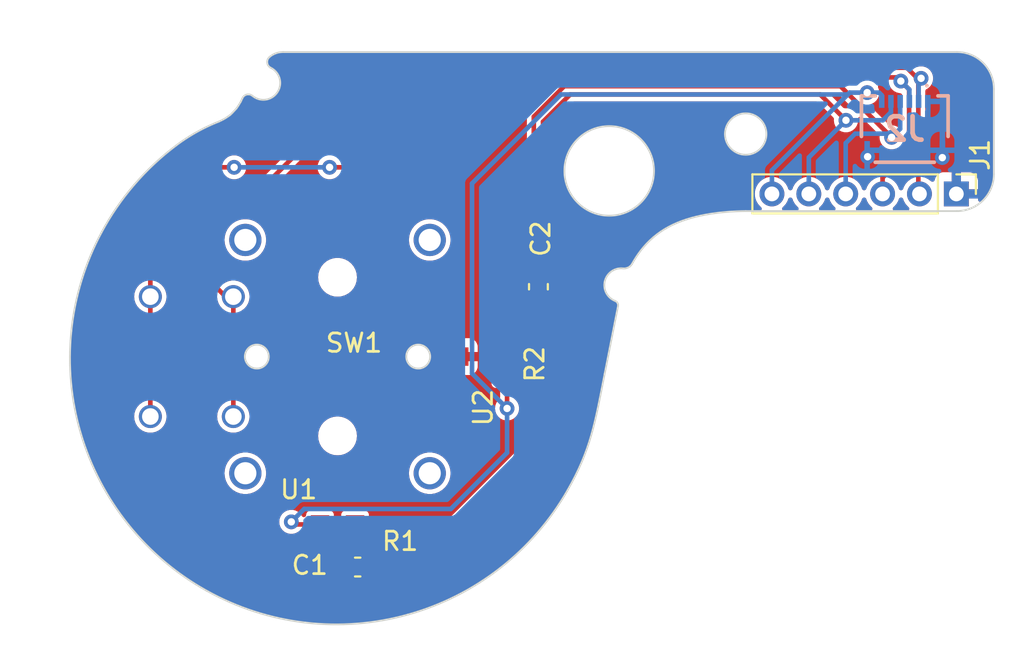
<source format=kicad_pcb>
(kicad_pcb (version 20221018) (generator pcbnew)
  (layers (0 "F.Cu" signal) (31 "B.Cu" signal) (34 "B.Paste" user) (35 "F.Paste" user) (36 "B.SilkS" user "B.Silkscreen") (37 "F.SilkS" user "F.Silkscreen") (38 "B.Mask" user) (39 "F.Mask" user) (44 "Edge.Cuts" user))
  (net 0 "")
  (net 1 "GND")
  (net 2 "RS_B_IN")
  (net 3 "RS_B_OUT")
  (net 4 "RY")
  (net 5 "RX")
  (net 6 "+3V3")
  (net 7 "Net-(U1-VOUT)")
  (net 8 "Net-(U2-VOUT)")
  (footprint "hhl:GH39F" (layer "F.Cu") (at 247.2072 149.688518)
    (fp_text reference "U2" (at 7.8928 2.761482 90 unlocked) (layer "F.SilkS"))
    (fp_text value "GH39F (Hall SOT23)" hide)
    (pad "1" smd rect (at 9.1 0.95) (size 1 1) (layers "F.Cu" "F.Paste" "F.Mask") (net 6 "+3V3"))
    (pad "2" smd rect (at 9.1 -0.95) (size 1 1) (layers "F.Cu" "F.Paste" "F.Mask") (net 8 "Net-(U2-VOUT)"))
    (pad "3" smd rect (at 6.6 0) (size 1 1) (layers "F.Cu" "F.Paste" "F.Mask") (net 1 "GND"))
  )
  (footprint "hhl:GH39F" (layer "F.Cu") (at 247.2072 149.688518 -90)
    (fp_text reference "U1" (at 7.211482 2.1072 unlocked) (layer "F.SilkS"))
    (fp_text value "GH39F (Hall SOT23)" hide)
    (pad "1" smd rect (at 9.1 0.95 270) (size 1 1) (layers "F.Cu" "F.Paste" "F.Mask") (net 6 "+3V3"))
    (pad "2" smd rect (at 9.1 -0.95 270) (size 1 1) (layers "F.Cu" "F.Paste" "F.Mask") (net 7 "Net-(U1-VOUT)"))
    (pad "3" smd rect (at 6.6 0 270) (size 1 1) (layers "F.Cu" "F.Paste" "F.Mask") (net 1 "GND"))
  )
  (footprint "Capacitor_SMD:C_0603_1608Metric_Pad1.08x0.95mm_HandSolder" (layer "F.Cu") (at 248.3 161.1)
    (fp_text reference "C1" (at -2.6 -0.1) (layer "F.SilkS"))
    (fp_text value ".047u" hide)
    (fp_line (start -0.146267 -0.51) (end 0.146267 -0.51) (stroke (width 0.12)) (layer "F.SilkS"))
    (fp_line (start -0.146267 0.51) (end 0.146267 0.51) (stroke (width 0.12)) (layer "F.SilkS"))
    (pad "1" smd roundrect (at -0.8625 0) (size 1.075 0.95) (layers "F.Cu" "F.Paste" "F.Mask") (net 1 "GND"))
    (pad "2" smd roundrect (at 0.8625 0) (size 1.075 0.95) (layers "F.Cu" "F.Paste" "F.Mask") (net 5 "RX"))
  )
  (footprint "Resistor_SMD:R_0201_0603Metric" (layer "F.Cu") (at 248.9 160)
    (fp_text reference "R1" (at 1.7 -0.3) (layer "F.SilkS"))
    (fp_text value "1k" hide)
    (pad "1" smd roundrect (at -0.32 0) (size 0.46 0.4) (layers "F.Cu" "F.Mask") (net 7 "Net-(U1-VOUT)"))
    (pad "2" smd roundrect (at 0.32 0) (size 0.46 0.4) (layers "F.Cu" "F.Mask") (net 5 "RX"))
  )
  (footprint "hhl:GL18" (layer "F.Cu") (at 247.2072 149.688518)
    (fp_text reference "SW1" (at 0.8928 -0.738518 unlocked) (layer "F.SilkS"))
    (fp_text value "GL18_SW")
    (pad "" thru_hole circle (at -5 -6.325) (size 1.75 1.75) (drill 1.2) (layers "*.Cu" "*.Mask"))
    (pad "" thru_hole circle (at -5 6.325) (size 1.75 1.75) (drill 1.2) (layers "*.Cu" "*.Mask"))
    (pad "" np_thru_hole circle (at 0 -4.3) (size 1.6 1.6) (drill 1.6) (layers "F&B.Cu" "*.Mask"))
    (pad "" np_thru_hole circle (at 0 4.3) (size 1.6 1.6) (drill 1.6) (layers "F&B.Cu" "*.Mask"))
    (pad "" thru_hole circle (at 5 -6.325) (size 1.75 1.75) (drill 1.2) (layers "*.Cu" "*.Mask"))
    (pad "" thru_hole circle (at 5 6.325) (size 1.75 1.75) (drill 1.2) (layers "*.Cu" "*.Mask"))
    (pad "S1" thru_hole circle (at -5.65 -3.25) (size 1.25 1.25) (drill 0.9) (layers "*.Cu" "*.Mask") (net 3 "RS_B_OUT"))
    (pad "S2" thru_hole circle (at -5.65 3.25) (size 1.25 1.25) (drill 0.9) (layers "*.Cu" "*.Mask") (net 3 "RS_B_OUT"))
    (pad "S3" thru_hole circle (at -10.15 -3.25) (size 1.25 1.25) (drill 0.9) (layers "*.Cu" "*.Mask") (net 2 "RS_B_IN"))
    (pad "S4" thru_hole circle (at -10.15 3.25) (size 1.25 1.25) (drill 0.9) (layers "*.Cu" "*.Mask") (net 2 "RS_B_IN"))
  )
  (footprint "Connector_PinHeader_2.00mm:PinHeader_1x06_P2.00mm_Vertical" (layer "F.Cu") (at 280.761001 140.867407 -90)
    (fp_text reference "J1" (at -2.117407 -1.288999 90) (layer "F.SilkS"))
    (fp_text value "Conn_01x06_Pin" hide)
    (fp_line (start -1.06 -1.06) (end 0 -1.06) (stroke (width 0.12)) (layer "F.SilkS"))
    (fp_line (start -1.06 0) (end -1.06 -1.06) (stroke (width 0.12)) (layer "F.SilkS"))
    (fp_line (start -1.06 1) (end -1.06 11.06) (stroke (width 0.12)) (layer "F.SilkS"))
    (fp_line (start -1.06 1) (end 1.06 1) (stroke (width 0.12)) (layer "F.SilkS"))
    (fp_line (start -1.06 11.06) (end 1.06 11.06) (stroke (width 0.12)) (layer "F.SilkS"))
    (fp_line (start 1.06 1) (end 1.06 11.06) (stroke (width 0.12)) (layer "F.SilkS"))
    (pad "1" thru_hole rect (at 0 0 270) (size 1.35 1.35) (drill 0.8) (layers "*.Cu" "*.Mask") (net 1 "GND"))
    (pad "2" thru_hole oval (at 0 2 270) (size 1.35 1.35) (drill 0.8) (layers "*.Cu" "*.Mask") (net 3 "RS_B_OUT"))
    (pad "3" thru_hole oval (at 0 4 270) (size 1.35 1.35) (drill 0.8) (layers "*.Cu" "*.Mask") (net 2 "RS_B_IN"))
    (pad "4" thru_hole oval (at 0 6 270) (size 1.35 1.35) (drill 0.8) (layers "*.Cu" "*.Mask") (net 4 "RY"))
    (pad "5" thru_hole oval (at 0 8 270) (size 1.35 1.35) (drill 0.8) (layers "*.Cu" "*.Mask") (net 5 "RX"))
    (pad "6" thru_hole oval (at 0 10 270) (size 1.35 1.35) (drill 0.8) (layers "*.Cu" "*.Mask") (net 6 "+3V3"))
  )
  (footprint "Capacitor_SMD:C_0603_1608Metric_Pad1.08x0.95mm_HandSolder" (layer "F.Cu") (at 258.1 145.9 -90)
    (fp_text reference "C2" (at -2.6 -0.125 90) (layer "F.SilkS"))
    (fp_text value ".047u" hide)
    (fp_line (start -0.146267 -0.51) (end 0.146267 -0.51) (stroke (width 0.12)) (layer "F.SilkS"))
    (fp_line (start -0.146267 0.51) (end 0.146267 0.51) (stroke (width 0.12)) (layer "F.SilkS"))
    (pad "1" smd roundrect (at -0.8625 0 270) (size 1.075 0.95) (layers "F.Cu" "F.Paste" "F.Mask") (net 1 "GND"))
    (pad "2" smd roundrect (at 0.8625 0 270) (size 1.075 0.95) (layers "F.Cu" "F.Paste" "F.Mask") (net 4 "RY"))
  )
  (footprint "Resistor_SMD:R_0201_0603Metric" (layer "F.Cu") (at 257.65 148.4 90)
    (fp_text reference "R2" (at -1.7 0.25 270) (layer "F.SilkS"))
    (fp_text value "1k" hide)
    (pad "1" smd roundrect (at -0.32 0 90) (size 0.46 0.4) (layers "F.Cu" "F.Mask") (net 8 "Net-(U2-VOUT)"))
    (pad "2" smd roundrect (at 0.32 0 90) (size 0.46 0.4) (layers "F.Cu" "F.Mask") (net 4 "RY"))
  )
  (footprint "hhl:5034800640" (layer "B.Cu") (at 277.963716 137.350698 180)
    (fp_text reference "J2" (at 0 0) (layer "B.SilkS") (effects (font (size 1.27 1.27) (thickness 0.254)) (justify mirror)))
    (fp_text value "503480-0640" hide)
    (fp_line (start -2.35 1.8) (end -2.35 -0.4) (stroke (width 0.2)) (layer "B.SilkS"))
    (fp_line (start -1.8 1.8) (end -2.35 1.8) (stroke (width 0.2)) (layer "B.SilkS"))
    (fp_line (start -1.6 -1.8) (end 1.6 -1.8) (stroke (width 0.2)) (layer "B.SilkS"))
    (fp_line (start -1.2 2.3) (end -1.2 2.3) (stroke (width 0.1)) (layer "B.SilkS"))
    (fp_line (start -1.2 2.4) (end -1.2 2.4) (stroke (width 0.1)) (layer "B.SilkS"))
    (fp_line (start 1.6 1.8) (end 2.35 1.8) (stroke (width 0.2)) (layer "B.SilkS"))
    (fp_line (start 2.35 1.8) (end 2.35 -0.4) (stroke (width 0.2)) (layer "B.SilkS"))
    (fp_arc (start -1.2 2.3) (mid -1.15 2.35) (end -1.2 2.4) (stroke (width 0.1)) (layer "B.SilkS"))
    (fp_arc (start -1.2 2.4) (mid -1.25 2.35) (end -1.2 2.3) (stroke (width 0.1)) (layer "B.SilkS"))
    (pad "1" smd rect (at -1.25 1.5 180) (size 0.3 0.7) (layers "B.Cu" "B.Paste" "B.Mask") (net 1 "GND"))
    (pad "2" smd rect (at -0.75 1.5 180) (size 0.3 0.7) (layers "B.Cu" "B.Paste" "B.Mask") (net 3 "RS_B_OUT"))
    (pad "3" smd rect (at -0.25 1.5 180) (size 0.3 0.7) (layers "B.Cu" "B.Paste" "B.Mask") (net 2 "RS_B_IN"))
    (pad "4" smd rect (at 0.25 1.5 180) (size 0.3 0.7) (layers "B.Cu" "B.Paste" "B.Mask") (net 4 "RY"))
    (pad "5" smd rect (at 0.75 1.5 180) (size 0.3 0.7) (layers "B.Cu" "B.Paste" "B.Mask") (net 5 "RX"))
    (pad "6" smd rect (at 1.25 1.5 180) (size 0.3 0.7) (layers "B.Cu" "B.Paste" "B.Mask") (net 6 "+3V3"))
    (pad "MP1" smd rect (at -2.04 -1.15 180) (size 0.3 1) (layers "B.Cu" "B.Paste" "B.Mask") (net 1 "GND"))
    (pad "MP2" smd rect (at 2.04 -1.15 180) (size 0.3 1) (layers "B.Cu" "B.Paste" "B.Mask") (net 1 "GND"))
  )
  (gr_curve (pts (xy 236.182716 140.373821) (xy 235.498868 141.170014) (xy 234.903887 142.038443) (xy 234.408371 142.963672)) (stroke (width 0.1)) (layer "Edge.Cuts"))
  (gr_curve (pts (xy 262.416512 146.875826) (xy 262.419466 146.901486) (xy 262.418425 146.927449) (xy 262.413427 146.952791)) (stroke (width 0.1)) (layer "Edge.Cuts"))
  (gr_curve (pts (xy 264.33381 143.213824) (xy 264.840979 142.782004) (xy 265.432345 142.469536) (xy 266.125889 142.247344)) (stroke (width 0.1)) (layer "Edge.Cuts"))
  (gr_arc (start 243.517695 133.447452) (mid 243.86174 133.246104) (end 244.25418 133.176111) (stroke (width 0.1)) (layer "Edge.Cuts"))
  (gr_curve (pts (xy 261.687781 150.631904) (xy 261.929663 149.405533) (xy 262.171545 148.179162) (xy 262.413427 146.952791)) (stroke (width 0.1)) (layer "Edge.Cuts"))
  (gr_curve (pts (xy 262.396021 146.801576) (xy 262.406646 146.825118) (xy 262.413559 146.850166) (xy 262.416512 146.875826)) (stroke (width 0.1)) (layer "Edge.Cuts"))
  (gr_curve (pts (xy 233.286784 153.849988) (xy 233.8177 155.652394) (xy 234.69568 157.33392) (xy 235.871146 158.800026)) (stroke (width 0.1)) (layer "Edge.Cuts"))
  (gr_arc (start 262.258094 146.671154) (mid 261.69711 145.598301) (end 262.689001 144.904134) (stroke (width 0.1)) (layer "Edge.Cuts"))
  (gr_curve (pts (xy 245.457574 164.109906) (xy 247.323163 164.328607) (xy 249.213601 164.181329) (xy 251.022835 163.676242)) (stroke (width 0.1)) (layer "Edge.Cuts"))
  (gr_curve (pts (xy 240.14013 162.398991) (xy 241.784364 163.309899) (xy 243.590696 163.891054) (xy 245.457574 164.109906)) (stroke (width 0.1)) (layer "Edge.Cuts"))
  (gr_arc (start 243.589841 134.027633) (mid 243.951806 135.351149) (end 242.594525 135.552392) (stroke (width 0.1)) (layer "Edge.Cuts"))
  (gr_curve (pts (xy 266.125889 142.247344) (xy 267.437638 141.827097) (xy 268.899751 141.798227) (xy 269.339269 141.798227)) (stroke (width 0.1)) (layer "Edge.Cuts"))
  (gr_curve (pts (xy 242.123835 135.571284) (xy 242.156289 135.539286) (xy 242.194682 135.513934) (xy 242.236854 135.496653)) (stroke (width 0.1)) (layer "Edge.Cuts"))
  (gr_curve (pts (xy 242.04761 135.683234) (xy 242.065487 135.641311) (xy 242.091381 135.603281) (xy 242.123835 135.571284)) (stroke (width 0.1)) (layer "Edge.Cuts"))
  (gr_curve (pts (xy 232.774982 148.296871) (xy 232.582661 150.163609) (xy 232.756548 152.049892) (xy 233.286784 153.849988)) (stroke (width 0.1)) (layer "Edge.Cuts"))
  (gr_circle (center 251.5822 149.688518) (end 250.9322 149.688518) (stroke (width 0.1)) (fill none) (layer "Edge.Cuts"))
  (gr_curve (pts (xy 234.408371 142.963672) (xy 233.522291 144.618165) (xy 232.967327 146.429893) (xy 232.774982 148.296871)) (stroke (width 0.1)) (layer "Edge.Cuts"))
  (gr_arc (start 238.47358 138.230022) (mid 239.5728 137.5156) (end 240.757606 136.954424) (stroke (width 0.1)) (layer "Edge.Cuts"))
  (gr_curve (pts (xy 262.339918 146.722765) (xy 262.363571 146.745131) (xy 262.38263 146.771904) (xy 262.396021 146.801576)) (stroke (width 0.1)) (layer "Edge.Cuts"))
  (gr_circle (center 242.8322 149.688518) (end 242.1822 149.688518) (stroke (width 0.1)) (fill none) (layer "Edge.Cuts"))
  (gr_curve (pts (xy 238.47358 138.230022) (xy 237.634302 138.859248) (xy 236.866138 139.578124) (xy 236.182716 140.373821)) (stroke (width 0.1)) (layer "Edge.Cuts"))
  (gr_line (start 269.339269 141.798227) (end 280.79541 141.798227) (stroke (width 0.1)) (layer "Edge.Cuts"))
  (gr_circle (center 261.937726 139.619733) (end 259.507726 139.619733) (stroke (width 0.1)) (fill none) (layer "Edge.Cuts"))
  (gr_curve (pts (xy 259.6752 156.938683) (xy 260.947044 154.71543) (xy 261.163485 153.290147) (xy 261.687781 150.631904)) (stroke (width 0.1)) (layer "Edge.Cuts"))
  (gr_arc (start 243.589841 134.027633) (mid 243.397445 133.756981) (end 243.517695 133.447452) (stroke (width 0.1)) (layer "Edge.Cuts"))
  (gr_line (start 280.79541 133.176111) (end 244.25418 133.176111) (stroke (width 0.1)) (layer "Edge.Cuts"))
  (gr_curve (pts (xy 251.022835 163.676242) (xy 252.834993 163.170339) (xy 254.531141 162.315171) (xy 256.015561 161.158883)) (stroke (width 0.1)) (layer "Edge.Cuts"))
  (gr_curve (pts (xy 263.180662 144.650874) (xy 263.442841 144.181174) (xy 263.796421 143.671376) (xy 264.33381 143.213824)) (stroke (width 0.1)) (layer "Edge.Cuts"))
  (gr_curve (pts (xy 235.871146 158.800026) (xy 237.046357 160.265812) (xy 238.496527 161.488432) (xy 240.14013 162.398991)) (stroke (width 0.1)) (layer "Edge.Cuts"))
  (gr_curve (pts (xy 242.04761 135.683234) (xy 242.020787 135.74614) (xy 241.992431 135.806999) (xy 241.962596 135.865913)) (stroke (width 0.1)) (layer "Edge.Cuts"))
  (gr_curve (pts (xy 263.055454 144.79838) (xy 263.004514 144.838926) (xy 262.946141 144.869136) (xy 262.88362 144.887307)) (stroke (width 0.1)) (layer "Edge.Cuts"))
  (gr_curve (pts (xy 256.015561 161.158883) (xy 257.498301 160.003905) (xy 258.741827 158.570271) (xy 259.6752 156.938683)) (stroke (width 0.1)) (layer "Edge.Cuts"))
  (gr_curve (pts (xy 242.236854 135.496653) (xy 242.279026 135.479373) (xy 242.324171 135.470494) (xy 242.369746 135.470518)) (stroke (width 0.1)) (layer "Edge.Cuts"))
  (gr_arc (start 280.79541 133.176111) (mid 282.209624 133.761897) (end 282.79541 135.176111) (stroke (width 0.1)) (layer "Edge.Cuts"))
  (gr_arc (start 282.79541 139.798227) (mid 282.209624 141.212441) (end 280.79541 141.798227) (stroke (width 0.1)) (layer "Edge.Cuts"))
  (gr_circle (center 269.339269 137.621378) (end 268.214269 137.621378) (stroke (width 0.1)) (fill none) (layer "Edge.Cuts"))
  (gr_line (start 282.79541 139.798227) (end 282.79541 135.176111) (stroke (width 0.1)) (layer "Edge.Cuts"))
  (gr_curve (pts (xy 263.180662 144.650874) (xy 263.148929 144.707724) (xy 263.106395 144.757833) (xy 263.055454 144.79838)) (stroke (width 0.1)) (layer "Edge.Cuts"))
  (gr_curve (pts (xy 241.379633 136.594202) (xy 241.133714 136.769246) (xy 241.046288 136.822058) (xy 240.757606 136.954424)) (stroke (width 0.1)) (layer "Edge.Cuts"))
  (gr_curve (pts (xy 242.369746 135.470518) (xy 242.41054 135.47054) (xy 242.451017 135.477693) (xy 242.489348 135.491654)) (stroke (width 0.1)) (layer "Edge.Cuts"))
  (gr_curve (pts (xy 241.962596 135.865913) (xy 241.845174 136.068866) (xy 241.78793 136.154711) (xy 241.72709 136.236165)) (stroke (width 0.1)) (layer "Edge.Cuts"))
  (gr_curve (pts (xy 262.258094 146.671154) (xy 262.288468 146.682866) (xy 262.316264 146.700398) (xy 262.339918 146.722765)) (stroke (width 0.1)) (layer "Edge.Cuts"))
  (gr_curve (pts (xy 242.489348 135.491654) (xy 242.527678 135.505616) (xy 242.563274 135.526171) (xy 242.594525 135.552392)) (stroke (width 0.1)) (layer "Edge.Cuts"))
  (gr_curve (pts (xy 241.72709 136.236165) (xy 241.526644 136.459897) (xy 241.45499 136.529043) (xy 241.379633 136.594202)) (stroke (width 0.1)) (layer "Edge.Cuts"))
  (gr_curve (pts (xy 262.88362 144.887307) (xy 262.820486 144.905657) (xy 262.754348 144.911375) (xy 262.689001 144.904134)) (stroke (width 0.1)) (layer "Edge.Cuts"))
  (via (at 280 138.9) (size 0.8) (drill 0.4) (layers "F.Cu" "B.Cu") (net 1))
  (via (at 275.95 138.85) (size 0.8) (drill 0.4) (layers "F.Cu" "B.Cu") (net 1))
  (segment (start 275.923716 138.500698) (end 275.923716 138.823716) (width 0.25) (layer "B.Cu") (net 1))
  (segment (start 280.003716 138.896284) (end 280 138.9) (width 0.25) (layer "B.Cu") (net 1))
  (segment (start 280.003716 138.500698) (end 280.003716 138.896284) (width 0.25) (layer "B.Cu") (net 1))
  (segment (start 237.0572 142.4678) (end 237.0572 146.438518) (width 0.25) (layer "F.Cu") (net 2))
  (segment (start 277.75 134.75) (end 278.2 135.2) (width 0.25) (layer "F.Cu") (net 2))
  (segment (start 257.275 134.55) (end 252.4 139.425) (width 0.25) (layer "F.Cu") (net 2))
  (segment (start 241.6 139.425) (end 240.1 139.425) (width 0.25) (layer "F.Cu") (net 2))
  (segment (start 278.2 138.55) (end 276.761001 139.988999) (width 0.25) (layer "F.Cu") (net 2))
  (segment (start 277.55 134.55) (end 257.275 134.55) (width 0.25) (layer "F.Cu") (net 2))
  (segment (start 278.2 135.2) (end 278.2 138.55) (width 0.25) (layer "F.Cu") (net 2))
  (segment (start 276.761001 139.988999) (end 276.761001 140.867407) (width 0.25) (layer "F.Cu") (net 2))
  (segment (start 277.75 134.75) (end 277.55 134.55) (width 0.25) (layer "F.Cu") (net 2))
  (segment (start 237.0572 146.438518) (end 237.0572 152.938518) (width 0.25) (layer "F.Cu") (net 2))
  (segment (start 252.4 139.425) (end 246.775 139.425) (width 0.25) (layer "F.Cu") (net 2))
  (segment (start 240.1 139.425) (end 237.0572 142.4678) (width 0.25) (layer "F.Cu") (net 2))
  (via (at 241.6 139.425) (size 0.8) (drill 0.4) (layers "F.Cu" "B.Cu") (net 2))
  (via (at 277.75 134.75) (size 0.8) (drill 0.4) (layers "F.Cu" "B.Cu") (net 2))
  (via (at 246.775 139.425) (size 0.8) (drill 0.4) (layers "F.Cu" "B.Cu") (net 2))
  (segment (start 277.75 134.75) (end 278.213716 135.213716) (width 0.25) (layer "B.Cu") (net 2))
  (segment (start 246.775 139.425) (end 241.6 139.425) (width 0.25) (layer "B.Cu") (net 2))
  (segment (start 278.213716 135.213716) (end 278.213716 135.850698) (width 0.25) (layer "B.Cu") (net 2))
  (segment (start 242.95 140.725) (end 240.75 140.725) (width 0.25) (layer "F.Cu") (net 3))
  (segment (start 278.7 140.806406) (end 278.761001 140.867407) (width 0.25) (layer "F.Cu") (net 3))
  (segment (start 278.85 134.6) (end 278.65 134.6) (width 0.25) (layer "F.Cu") (net 3))
  (segment (start 241.5572 152.938518) (end 241.5572 146.438518) (width 0.25) (layer "F.Cu") (net 3))
  (segment (start 257.075 134.025) (end 252.575 138.525) (width 0.25) (layer "F.Cu") (net 3))
  (segment (start 278.85 134.6) (end 278.7 134.75) (width 0.25) (layer "F.Cu") (net 3))
  (segment (start 252.575 138.525) (end 245.15 138.525) (width 0.25) (layer "F.Cu") (net 3))
  (segment (start 239.3 144.6) (end 241.138518 146.438518) (width 0.25) (layer "F.Cu") (net 3))
  (segment (start 240.75 140.725) (end 239.3 142.175) (width 0.25) (layer "F.Cu") (net 3))
  (segment (start 278.65 134.6) (end 278.075 134.025) (width 0.25) (layer "F.Cu") (net 3))
  (segment (start 241.138518 146.438518) (end 241.5572 146.438518) (width 0.25) (layer "F.Cu") (net 3))
  (segment (start 278.075 134.025) (end 257.075 134.025) (width 0.25) (layer "F.Cu") (net 3))
  (segment (start 239.3 142.175) (end 239.3 144.6) (width 0.25) (layer "F.Cu") (net 3))
  (segment (start 278.7 134.75) (end 278.7 140.806406) (width 0.25) (layer "F.Cu") (net 3))
  (segment (start 245.15 138.525) (end 242.95 140.725) (width 0.25) (layer "F.Cu") (net 3))
  (via (at 278.85 134.6) (size 0.8) (drill 0.4) (layers "F.Cu" "B.Cu") (net 3))
  (segment (start 278.713716 134.736284) (end 278.713716 135.850698) (width 0.25) (layer "B.Cu") (net 3))
  (segment (start 278.85 134.6) (end 278.713716 134.736284) (width 0.25) (layer "B.Cu") (net 3))
  (segment (start 257.945 148.08) (end 258.1 147.925) (width 0.25) (layer "F.Cu") (net 4))
  (segment (start 258.1 146.7625) (end 258.6875 146.7625) (width 0.25) (layer "F.Cu") (net 4))
  (segment (start 259.775 145.675) (end 259.775 143.775) (width 0.25) (layer "F.Cu") (net 4))
  (segment (start 258.1 147.925) (end 258.1 146.7625) (width 0.25) (layer "F.Cu") (net 4))
  (segment (start 257.85 136.675) (end 259.5 135.025) (width 0.25) (layer "F.Cu") (net 4))
  (segment (start 258.6875 146.7625) (end 259.775 145.675) (width 0.25) (layer "F.Cu") (net 4))
  (segment (start 257.85 141.85) (end 257.85 136.675) (width 0.25) (layer "F.Cu") (net 4))
  (segment (start 274.475 135.025) (end 277.25 137.8) (width 0.25) (layer "F.Cu") (net 4))
  (segment (start 259.5 135.025) (end 274.475 135.025) (width 0.25) (layer "F.Cu") (net 4))
  (segment (start 257.65 148.08) (end 257.945 148.08) (width 0.25) (layer "F.Cu") (net 4))
  (segment (start 259.775 143.775) (end 257.85 141.85) (width 0.25) (layer "F.Cu") (net 4))
  (via (at 277.25 137.8) (size 0.8) (drill 0.4) (layers "F.Cu" "B.Cu") (net 4))
  (segment (start 274.761001 138.113999) (end 274.761001 140.867407) (width 0.25) (layer "B.Cu") (net 4))
  (segment (start 277.05 137.6) (end 275.275 137.6) (width 0.25) (layer "B.Cu") (net 4))
  (segment (start 277.713716 137.336284) (end 277.713716 135.850698) (width 0.25) (layer "B.Cu") (net 4))
  (segment (start 277.25 137.8) (end 277.713716 137.336284) (width 0.25) (layer "B.Cu") (net 4))
  (segment (start 277.25 137.8) (end 277.05 137.6) (width 0.25) (layer "B.Cu") (net 4))
  (segment (start 275.275 137.6) (end 274.761001 138.113999) (width 0.25) (layer "B.Cu") (net 4))
  (segment (start 273.375 135.475) (end 259.825 135.475) (width 0.25) (layer "F.Cu") (net 5))
  (segment (start 258.35 136.95) (end 258.35 141.675) (width 0.25) (layer "F.Cu") (net 5))
  (segment (start 249.1625 160.0575) (end 249.22 160) (width 0.25) (layer "F.Cu") (net 5))
  (segment (start 258 153.05) (end 258 154.25) (width 0.25) (layer "F.Cu") (net 5))
  (segment (start 251.15 161.1) (end 249.1625 161.1) (width 0.25) (layer "F.Cu") (net 5))
  (segment (start 258.35 141.675) (end 260.3 143.625) (width 0.25) (layer "F.Cu") (net 5))
  (segment (start 274.775 136.875) (end 273.375 135.475) (width 0.25) (layer "F.Cu") (net 5))
  (segment (start 260.3 143.625) (end 260.3 150.75) (width 0.25) (layer "F.Cu") (net 5))
  (segment (start 258 154.25) (end 251.15 161.1) (width 0.25) (layer "F.Cu") (net 5))
  (segment (start 249.1625 161.1) (end 249.1625 160.0575) (width 0.25) (layer "F.Cu") (net 5))
  (segment (start 260.3 150.75) (end 258 153.05) (width 0.25) (layer "F.Cu") (net 5))
  (segment (start 259.825 135.475) (end 258.35 136.95) (width 0.25) (layer "F.Cu") (net 5))
  (via (at 274.775 136.875) (size 0.8) (drill 0.4) (layers "F.Cu" "B.Cu") (net 5))
  (segment (start 274.775 136.875) (end 272.761001 138.888999) (width 0.25) (layer "B.Cu") (net 5))
  (segment (start 272.761001 138.888999) (end 272.761001 140.867407) (width 0.25) (layer "B.Cu") (net 5))
  (segment (start 276.775 136.875) (end 277.213716 136.436284) (width 0.25) (layer "B.Cu") (net 5))
  (segment (start 277.213716 136.436284) (end 277.213716 135.850698) (width 0.25) (layer "B.Cu") (net 5))
  (segment (start 274.775 136.875) (end 276.775 136.875) (width 0.25) (layer "B.Cu") (net 5))
  (segment (start 246.2572 158.788518) (end 244.838518 158.788518) (width 0.25) (layer "F.Cu") (net 6))
  (segment (start 256.4 152.5) (end 256.4 150.731318) (width 0.25) (layer "F.Cu") (net 6))
  (segment (start 244.838518 158.788518) (end 244.7 158.65) (width 0.25) (layer "F.Cu") (net 6))
  (segment (start 256.4 150.731318) (end 256.3072 150.638518) (width 0.25) (layer "F.Cu") (net 6))
  (via (at 256.4 152.5) (size 0.8) (drill 0.4) (layers "F.Cu" "B.Cu") (net 6))
  (via (at 244.7 158.65) (size 0.8) (drill 0.4) (layers "F.Cu" "B.Cu") (net 6))
  (via (at 275.925 135.375) (size 0.8) (drill 0.4) (layers "F.Cu" "B.Cu") (net 6))
  (segment (start 276.575 135.375) (end 276.713716 135.513716) (width 0.25) (layer "B.Cu") (net 6))
  (segment (start 259.325 135.475) (end 254.5 140.3) (width 0.25) (layer "B.Cu") (net 6))
  (segment (start 270.761001 140.867407) (end 270.761001 139.588999) (width 0.25) (layer "B.Cu") (net 6))
  (segment (start 276.713716 135.513716) (end 276.713716 135.850698) (width 0.25) (layer "B.Cu") (net 6))
  (segment (start 270.761001 139.588999) (end 274.35 136) (width 0.25) (layer "B.Cu") (net 6))
  (segment (start 244.7 158.65) (end 245.4 157.95) (width 0.25) (layer "B.Cu") (net 6))
  (segment (start 274.975 135.375) (end 274.35 136) (width 0.25) (layer "B.Cu") (net 6))
  (segment (start 274.975 135.375) (end 274.875 135.475) (width 0.25) (layer "B.Cu") (net 6))
  (segment (start 254.5 140.3) (end 254.5 150.6) (width 0.25) (layer "B.Cu") (net 6))
  (segment (start 274.875 135.475) (end 259.325 135.475) (width 0.25) (layer "B.Cu") (net 6))
  (segment (start 275.925 135.375) (end 274.975 135.375) (width 0.25) (layer "B.Cu") (net 6))
  (segment (start 253.35 157.95) (end 256.4 154.9) (width 0.25) (layer "B.Cu") (net 6))
  (segment (start 275.925 135.375) (end 276.575 135.375) (width 0.25) (layer "B.Cu") (net 6))
  (segment (start 245.4 157.95) (end 253.35 157.95) (width 0.25) (layer "B.Cu") (net 6))
  (segment (start 254.5 150.6) (end 256.4 152.5) (width 0.25) (layer "B.Cu") (net 6))
  (segment (start 256.4 154.9) (end 256.4 152.5) (width 0.25) (layer "B.Cu") (net 6))
  (segment (start 248.1572 158.788518) (end 248.58 159.211318) (width 0.25) (layer "F.Cu") (net 7))
  (segment (start 248.58 159.211318) (end 248.58 160) (width 0.25) (layer "F.Cu") (net 7))
  (segment (start 257.65 148.72) (end 256.325718 148.72) (width 0.25) (layer "F.Cu") (net 8))
  (segment (start 256.325718 148.72) (end 256.3072 148.738518) (width 0.25) (layer "F.Cu") (net 8))
  (zone (net 1) (net_name "GND") (layers "F&B.Cu") (connect_pads (clearance 0.25)) (min_thickness 0.25) (fill yes (thermal_gap 0.5) (thermal_bridge_width 0.5) (island_removal_mode 1) (island_area_min 10))
    (polygon (pts (xy 230.2764 130.3528) (xy 284.226 130.3528) (xy 284.4292 165.7604) (xy 228.9048 165.0492)))
  )
)
</source>
